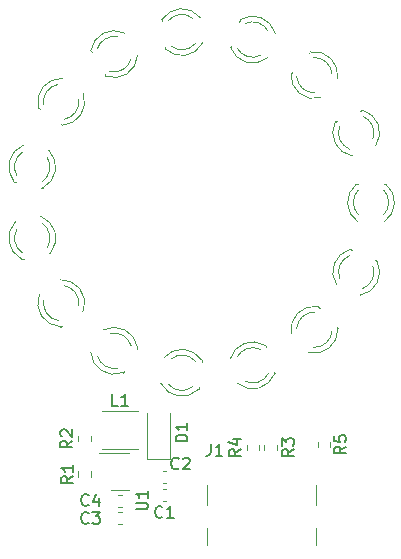
<source format=gbr>
%TF.GenerationSoftware,KiCad,Pcbnew,7.0.5+dfsg-2*%
%TF.CreationDate,2024-03-17T17:57:41+01:00*%
%TF.ProjectId,microscope-lamp-pcb,6d696372-6f73-4636-9f70-652d6c616d70,1*%
%TF.SameCoordinates,Original*%
%TF.FileFunction,Legend,Top*%
%TF.FilePolarity,Positive*%
%FSLAX46Y46*%
G04 Gerber Fmt 4.6, Leading zero omitted, Abs format (unit mm)*
G04 Created by KiCad (PCBNEW 7.0.5+dfsg-2) date 2024-03-17 17:57:41*
%MOMM*%
%LPD*%
G01*
G04 APERTURE LIST*
%ADD10C,0.150000*%
%ADD11C,0.120000*%
G04 APERTURE END LIST*
D10*
%TO.C,R3*%
X157954819Y-120916666D02*
X157478628Y-121249999D01*
X157954819Y-121488094D02*
X156954819Y-121488094D01*
X156954819Y-121488094D02*
X156954819Y-121107142D01*
X156954819Y-121107142D02*
X157002438Y-121011904D01*
X157002438Y-121011904D02*
X157050057Y-120964285D01*
X157050057Y-120964285D02*
X157145295Y-120916666D01*
X157145295Y-120916666D02*
X157288152Y-120916666D01*
X157288152Y-120916666D02*
X157383390Y-120964285D01*
X157383390Y-120964285D02*
X157431009Y-121011904D01*
X157431009Y-121011904D02*
X157478628Y-121107142D01*
X157478628Y-121107142D02*
X157478628Y-121488094D01*
X156954819Y-120583332D02*
X156954819Y-119964285D01*
X156954819Y-119964285D02*
X157335771Y-120297618D01*
X157335771Y-120297618D02*
X157335771Y-120154761D01*
X157335771Y-120154761D02*
X157383390Y-120059523D01*
X157383390Y-120059523D02*
X157431009Y-120011904D01*
X157431009Y-120011904D02*
X157526247Y-119964285D01*
X157526247Y-119964285D02*
X157764342Y-119964285D01*
X157764342Y-119964285D02*
X157859580Y-120011904D01*
X157859580Y-120011904D02*
X157907200Y-120059523D01*
X157907200Y-120059523D02*
X157954819Y-120154761D01*
X157954819Y-120154761D02*
X157954819Y-120440475D01*
X157954819Y-120440475D02*
X157907200Y-120535713D01*
X157907200Y-120535713D02*
X157859580Y-120583332D01*
%TO.C,C4*%
X140583333Y-125609580D02*
X140535714Y-125657200D01*
X140535714Y-125657200D02*
X140392857Y-125704819D01*
X140392857Y-125704819D02*
X140297619Y-125704819D01*
X140297619Y-125704819D02*
X140154762Y-125657200D01*
X140154762Y-125657200D02*
X140059524Y-125561961D01*
X140059524Y-125561961D02*
X140011905Y-125466723D01*
X140011905Y-125466723D02*
X139964286Y-125276247D01*
X139964286Y-125276247D02*
X139964286Y-125133390D01*
X139964286Y-125133390D02*
X140011905Y-124942914D01*
X140011905Y-124942914D02*
X140059524Y-124847676D01*
X140059524Y-124847676D02*
X140154762Y-124752438D01*
X140154762Y-124752438D02*
X140297619Y-124704819D01*
X140297619Y-124704819D02*
X140392857Y-124704819D01*
X140392857Y-124704819D02*
X140535714Y-124752438D01*
X140535714Y-124752438D02*
X140583333Y-124800057D01*
X141440476Y-125038152D02*
X141440476Y-125704819D01*
X141202381Y-124657200D02*
X140964286Y-125371485D01*
X140964286Y-125371485D02*
X141583333Y-125371485D01*
%TO.C,D1*%
X148954819Y-120238094D02*
X147954819Y-120238094D01*
X147954819Y-120238094D02*
X147954819Y-119999999D01*
X147954819Y-119999999D02*
X148002438Y-119857142D01*
X148002438Y-119857142D02*
X148097676Y-119761904D01*
X148097676Y-119761904D02*
X148192914Y-119714285D01*
X148192914Y-119714285D02*
X148383390Y-119666666D01*
X148383390Y-119666666D02*
X148526247Y-119666666D01*
X148526247Y-119666666D02*
X148716723Y-119714285D01*
X148716723Y-119714285D02*
X148811961Y-119761904D01*
X148811961Y-119761904D02*
X148907200Y-119857142D01*
X148907200Y-119857142D02*
X148954819Y-119999999D01*
X148954819Y-119999999D02*
X148954819Y-120238094D01*
X148954819Y-118714285D02*
X148954819Y-119285713D01*
X148954819Y-118999999D02*
X147954819Y-118999999D01*
X147954819Y-118999999D02*
X148097676Y-119095237D01*
X148097676Y-119095237D02*
X148192914Y-119190475D01*
X148192914Y-119190475D02*
X148240533Y-119285713D01*
%TO.C,R1*%
X139274819Y-123166666D02*
X138798628Y-123499999D01*
X139274819Y-123738094D02*
X138274819Y-123738094D01*
X138274819Y-123738094D02*
X138274819Y-123357142D01*
X138274819Y-123357142D02*
X138322438Y-123261904D01*
X138322438Y-123261904D02*
X138370057Y-123214285D01*
X138370057Y-123214285D02*
X138465295Y-123166666D01*
X138465295Y-123166666D02*
X138608152Y-123166666D01*
X138608152Y-123166666D02*
X138703390Y-123214285D01*
X138703390Y-123214285D02*
X138751009Y-123261904D01*
X138751009Y-123261904D02*
X138798628Y-123357142D01*
X138798628Y-123357142D02*
X138798628Y-123738094D01*
X139274819Y-122214285D02*
X139274819Y-122785713D01*
X139274819Y-122499999D02*
X138274819Y-122499999D01*
X138274819Y-122499999D02*
X138417676Y-122595237D01*
X138417676Y-122595237D02*
X138512914Y-122690475D01*
X138512914Y-122690475D02*
X138560533Y-122785713D01*
%TO.C,R2*%
X139204819Y-120166666D02*
X138728628Y-120499999D01*
X139204819Y-120738094D02*
X138204819Y-120738094D01*
X138204819Y-120738094D02*
X138204819Y-120357142D01*
X138204819Y-120357142D02*
X138252438Y-120261904D01*
X138252438Y-120261904D02*
X138300057Y-120214285D01*
X138300057Y-120214285D02*
X138395295Y-120166666D01*
X138395295Y-120166666D02*
X138538152Y-120166666D01*
X138538152Y-120166666D02*
X138633390Y-120214285D01*
X138633390Y-120214285D02*
X138681009Y-120261904D01*
X138681009Y-120261904D02*
X138728628Y-120357142D01*
X138728628Y-120357142D02*
X138728628Y-120738094D01*
X138300057Y-119785713D02*
X138252438Y-119738094D01*
X138252438Y-119738094D02*
X138204819Y-119642856D01*
X138204819Y-119642856D02*
X138204819Y-119404761D01*
X138204819Y-119404761D02*
X138252438Y-119309523D01*
X138252438Y-119309523D02*
X138300057Y-119261904D01*
X138300057Y-119261904D02*
X138395295Y-119214285D01*
X138395295Y-119214285D02*
X138490533Y-119214285D01*
X138490533Y-119214285D02*
X138633390Y-119261904D01*
X138633390Y-119261904D02*
X139204819Y-119833332D01*
X139204819Y-119833332D02*
X139204819Y-119214285D01*
%TO.C,C3*%
X140583333Y-127109580D02*
X140535714Y-127157200D01*
X140535714Y-127157200D02*
X140392857Y-127204819D01*
X140392857Y-127204819D02*
X140297619Y-127204819D01*
X140297619Y-127204819D02*
X140154762Y-127157200D01*
X140154762Y-127157200D02*
X140059524Y-127061961D01*
X140059524Y-127061961D02*
X140011905Y-126966723D01*
X140011905Y-126966723D02*
X139964286Y-126776247D01*
X139964286Y-126776247D02*
X139964286Y-126633390D01*
X139964286Y-126633390D02*
X140011905Y-126442914D01*
X140011905Y-126442914D02*
X140059524Y-126347676D01*
X140059524Y-126347676D02*
X140154762Y-126252438D01*
X140154762Y-126252438D02*
X140297619Y-126204819D01*
X140297619Y-126204819D02*
X140392857Y-126204819D01*
X140392857Y-126204819D02*
X140535714Y-126252438D01*
X140535714Y-126252438D02*
X140583333Y-126300057D01*
X140916667Y-126204819D02*
X141535714Y-126204819D01*
X141535714Y-126204819D02*
X141202381Y-126585771D01*
X141202381Y-126585771D02*
X141345238Y-126585771D01*
X141345238Y-126585771D02*
X141440476Y-126633390D01*
X141440476Y-126633390D02*
X141488095Y-126681009D01*
X141488095Y-126681009D02*
X141535714Y-126776247D01*
X141535714Y-126776247D02*
X141535714Y-127014342D01*
X141535714Y-127014342D02*
X141488095Y-127109580D01*
X141488095Y-127109580D02*
X141440476Y-127157200D01*
X141440476Y-127157200D02*
X141345238Y-127204819D01*
X141345238Y-127204819D02*
X141059524Y-127204819D01*
X141059524Y-127204819D02*
X140964286Y-127157200D01*
X140964286Y-127157200D02*
X140916667Y-127109580D01*
%TO.C,J1*%
X150916666Y-120454819D02*
X150916666Y-121169104D01*
X150916666Y-121169104D02*
X150869047Y-121311961D01*
X150869047Y-121311961D02*
X150773809Y-121407200D01*
X150773809Y-121407200D02*
X150630952Y-121454819D01*
X150630952Y-121454819D02*
X150535714Y-121454819D01*
X151916666Y-121454819D02*
X151345238Y-121454819D01*
X151630952Y-121454819D02*
X151630952Y-120454819D01*
X151630952Y-120454819D02*
X151535714Y-120597676D01*
X151535714Y-120597676D02*
X151440476Y-120692914D01*
X151440476Y-120692914D02*
X151345238Y-120740533D01*
%TO.C,R5*%
X162384819Y-120666666D02*
X161908628Y-120999999D01*
X162384819Y-121238094D02*
X161384819Y-121238094D01*
X161384819Y-121238094D02*
X161384819Y-120857142D01*
X161384819Y-120857142D02*
X161432438Y-120761904D01*
X161432438Y-120761904D02*
X161480057Y-120714285D01*
X161480057Y-120714285D02*
X161575295Y-120666666D01*
X161575295Y-120666666D02*
X161718152Y-120666666D01*
X161718152Y-120666666D02*
X161813390Y-120714285D01*
X161813390Y-120714285D02*
X161861009Y-120761904D01*
X161861009Y-120761904D02*
X161908628Y-120857142D01*
X161908628Y-120857142D02*
X161908628Y-121238094D01*
X161384819Y-119761904D02*
X161384819Y-120238094D01*
X161384819Y-120238094D02*
X161861009Y-120285713D01*
X161861009Y-120285713D02*
X161813390Y-120238094D01*
X161813390Y-120238094D02*
X161765771Y-120142856D01*
X161765771Y-120142856D02*
X161765771Y-119904761D01*
X161765771Y-119904761D02*
X161813390Y-119809523D01*
X161813390Y-119809523D02*
X161861009Y-119761904D01*
X161861009Y-119761904D02*
X161956247Y-119714285D01*
X161956247Y-119714285D02*
X162194342Y-119714285D01*
X162194342Y-119714285D02*
X162289580Y-119761904D01*
X162289580Y-119761904D02*
X162337200Y-119809523D01*
X162337200Y-119809523D02*
X162384819Y-119904761D01*
X162384819Y-119904761D02*
X162384819Y-120142856D01*
X162384819Y-120142856D02*
X162337200Y-120238094D01*
X162337200Y-120238094D02*
X162289580Y-120285713D01*
%TO.C,U1*%
X144594547Y-125984396D02*
X145404070Y-125984396D01*
X145404070Y-125984396D02*
X145499308Y-125936777D01*
X145499308Y-125936777D02*
X145546928Y-125889158D01*
X145546928Y-125889158D02*
X145594547Y-125793920D01*
X145594547Y-125793920D02*
X145594547Y-125603444D01*
X145594547Y-125603444D02*
X145546928Y-125508206D01*
X145546928Y-125508206D02*
X145499308Y-125460587D01*
X145499308Y-125460587D02*
X145404070Y-125412968D01*
X145404070Y-125412968D02*
X144594547Y-125412968D01*
X145594547Y-124412968D02*
X145594547Y-124984396D01*
X145594547Y-124698682D02*
X144594547Y-124698682D01*
X144594547Y-124698682D02*
X144737404Y-124793920D01*
X144737404Y-124793920D02*
X144832642Y-124889158D01*
X144832642Y-124889158D02*
X144880261Y-124984396D01*
%TO.C,L1*%
X143083333Y-117204819D02*
X142607143Y-117204819D01*
X142607143Y-117204819D02*
X142607143Y-116204819D01*
X143940476Y-117204819D02*
X143369048Y-117204819D01*
X143654762Y-117204819D02*
X143654762Y-116204819D01*
X143654762Y-116204819D02*
X143559524Y-116347676D01*
X143559524Y-116347676D02*
X143464286Y-116442914D01*
X143464286Y-116442914D02*
X143369048Y-116490533D01*
%TO.C,C2*%
X148207691Y-122509740D02*
X148160072Y-122557360D01*
X148160072Y-122557360D02*
X148017215Y-122604979D01*
X148017215Y-122604979D02*
X147921977Y-122604979D01*
X147921977Y-122604979D02*
X147779120Y-122557360D01*
X147779120Y-122557360D02*
X147683882Y-122462121D01*
X147683882Y-122462121D02*
X147636263Y-122366883D01*
X147636263Y-122366883D02*
X147588644Y-122176407D01*
X147588644Y-122176407D02*
X147588644Y-122033550D01*
X147588644Y-122033550D02*
X147636263Y-121843074D01*
X147636263Y-121843074D02*
X147683882Y-121747836D01*
X147683882Y-121747836D02*
X147779120Y-121652598D01*
X147779120Y-121652598D02*
X147921977Y-121604979D01*
X147921977Y-121604979D02*
X148017215Y-121604979D01*
X148017215Y-121604979D02*
X148160072Y-121652598D01*
X148160072Y-121652598D02*
X148207691Y-121700217D01*
X148588644Y-121700217D02*
X148636263Y-121652598D01*
X148636263Y-121652598D02*
X148731501Y-121604979D01*
X148731501Y-121604979D02*
X148969596Y-121604979D01*
X148969596Y-121604979D02*
X149064834Y-121652598D01*
X149064834Y-121652598D02*
X149112453Y-121700217D01*
X149112453Y-121700217D02*
X149160072Y-121795455D01*
X149160072Y-121795455D02*
X149160072Y-121890693D01*
X149160072Y-121890693D02*
X149112453Y-122033550D01*
X149112453Y-122033550D02*
X148541025Y-122604979D01*
X148541025Y-122604979D02*
X149160072Y-122604979D01*
%TO.C,C1*%
X146833333Y-126609580D02*
X146785714Y-126657200D01*
X146785714Y-126657200D02*
X146642857Y-126704819D01*
X146642857Y-126704819D02*
X146547619Y-126704819D01*
X146547619Y-126704819D02*
X146404762Y-126657200D01*
X146404762Y-126657200D02*
X146309524Y-126561961D01*
X146309524Y-126561961D02*
X146261905Y-126466723D01*
X146261905Y-126466723D02*
X146214286Y-126276247D01*
X146214286Y-126276247D02*
X146214286Y-126133390D01*
X146214286Y-126133390D02*
X146261905Y-125942914D01*
X146261905Y-125942914D02*
X146309524Y-125847676D01*
X146309524Y-125847676D02*
X146404762Y-125752438D01*
X146404762Y-125752438D02*
X146547619Y-125704819D01*
X146547619Y-125704819D02*
X146642857Y-125704819D01*
X146642857Y-125704819D02*
X146785714Y-125752438D01*
X146785714Y-125752438D02*
X146833333Y-125800057D01*
X147785714Y-126704819D02*
X147214286Y-126704819D01*
X147500000Y-126704819D02*
X147500000Y-125704819D01*
X147500000Y-125704819D02*
X147404762Y-125847676D01*
X147404762Y-125847676D02*
X147309524Y-125942914D01*
X147309524Y-125942914D02*
X147214286Y-125990533D01*
%TO.C,R4*%
X153454819Y-120916666D02*
X152978628Y-121249999D01*
X153454819Y-121488094D02*
X152454819Y-121488094D01*
X152454819Y-121488094D02*
X152454819Y-121107142D01*
X152454819Y-121107142D02*
X152502438Y-121011904D01*
X152502438Y-121011904D02*
X152550057Y-120964285D01*
X152550057Y-120964285D02*
X152645295Y-120916666D01*
X152645295Y-120916666D02*
X152788152Y-120916666D01*
X152788152Y-120916666D02*
X152883390Y-120964285D01*
X152883390Y-120964285D02*
X152931009Y-121011904D01*
X152931009Y-121011904D02*
X152978628Y-121107142D01*
X152978628Y-121107142D02*
X152978628Y-121488094D01*
X152788152Y-120059523D02*
X153454819Y-120059523D01*
X152407200Y-120297618D02*
X153121485Y-120535713D01*
X153121485Y-120535713D02*
X153121485Y-119916666D01*
D11*
%TO.C,D8*%
X136349424Y-92016723D02*
X136475631Y-92108418D01*
X138223108Y-93378034D02*
X138349314Y-93469729D01*
X138376676Y-89494223D02*
G75*
G03*
X136349817Y-92017008I-110362J-1986936D01*
G01*
X138004669Y-90004155D02*
G75*
G03*
X136780714Y-91688506I261645J-1477004D01*
G01*
X138528191Y-92958122D02*
G75*
G03*
X139751882Y-91273580I-261877J1476963D01*
G01*
X138348923Y-93469443D02*
G75*
G03*
X140121899Y-90762202I-82609J1988284D01*
G01*
%TO.C,R3*%
X155477500Y-120987258D02*
X155477500Y-120512742D01*
X156522500Y-120987258D02*
X156522500Y-120512742D01*
%TO.C,D6*%
X146798713Y-84513790D02*
X146815020Y-84668936D01*
X147040801Y-86817103D02*
X147057108Y-86972248D01*
X150029793Y-84332449D02*
G75*
G03*
X146798765Y-84514273I-1550428J-1247506D01*
G01*
X149401918Y-84397206D02*
G75*
G03*
X147331216Y-84614681I-922553J-1182749D01*
G01*
X147556998Y-86762848D02*
G75*
G03*
X149627664Y-86545049I922367J1182893D01*
G01*
X147057057Y-86971767D02*
G75*
G03*
X150255284Y-86477848I1422308J1391812D01*
G01*
%TO.C,C4*%
X143390580Y-125760000D02*
X143109420Y-125760000D01*
X143390580Y-124740000D02*
X143109420Y-124740000D01*
%TO.C,D1*%
X145500000Y-121710000D02*
X147500000Y-121710000D01*
X145500000Y-121710000D02*
X145500000Y-117850000D01*
X147500000Y-121710000D02*
X147500000Y-117850000D01*
%TO.C,D9*%
X134282487Y-98259103D02*
X134435078Y-98291537D01*
X136547877Y-98740626D02*
X136700468Y-98773061D01*
X135108480Y-95130127D02*
G75*
G03*
X134282962Y-98259204I707340J-1860045D01*
G01*
X134976043Y-95747282D02*
G75*
G03*
X134542992Y-97783840I839777J-1242890D01*
G01*
X136655791Y-98232930D02*
G75*
G03*
X137088523Y-96196303I-839971J1242758D01*
G01*
X136699995Y-98772960D02*
G75*
G03*
X137218556Y-95578636I-884175J1782788D01*
G01*
%TO.C,R1*%
X139727500Y-123237258D02*
X139727500Y-122762742D01*
X140772500Y-123237258D02*
X140772500Y-122762742D01*
%TO.C,R2*%
X140772500Y-119762742D02*
X140772500Y-120237258D01*
X139727500Y-119762742D02*
X139727500Y-120237258D01*
%TO.C,D3*%
X163739009Y-92169893D02*
X163596495Y-92233344D01*
X161623237Y-93111895D02*
X161480724Y-93175346D01*
X164909934Y-95186795D02*
G75*
G03*
X163738566Y-92170090I-1665558J1089044D01*
G01*
X164654322Y-94609661D02*
G75*
G03*
X163807608Y-92707510I-1409946J511910D01*
G01*
X161834350Y-93586061D02*
G75*
G03*
X162681361Y-95488080I1410026J-511690D01*
G01*
X161481168Y-93175150D02*
G75*
G03*
X162939218Y-96064213I1763208J-922601D01*
G01*
%TO.C,D11*%
X138189193Y-110515501D02*
X138315399Y-110423806D01*
X140062876Y-109154190D02*
X140189083Y-109062495D01*
X136416607Y-107807974D02*
G75*
G03*
X138189584Y-110515216I1855586J-718957D01*
G01*
X136786625Y-108319352D02*
G75*
G03*
X138010316Y-110003894I1485568J-207579D01*
G01*
X139757792Y-108734278D02*
G75*
G03*
X138533838Y-107049928I-1485599J207347D01*
G01*
X140188690Y-109062780D02*
G75*
G03*
X138161831Y-106539995I-1916497J535849D01*
G01*
%TO.C,C3*%
X143390580Y-127260000D02*
X143109420Y-127260000D01*
X143390580Y-126240000D02*
X143109420Y-126240000D01*
%TO.C,D2*%
X165736000Y-98435000D02*
X165580000Y-98435000D01*
X163420000Y-98435000D02*
X163264000Y-98435000D01*
X165578608Y-101667334D02*
G75*
G03*
X165735515Y-98435001I-1078608J1672334D01*
G01*
X165579836Y-101036129D02*
G75*
G03*
X165579999Y-98954040I-1079836J1041129D01*
G01*
X163420001Y-98954040D02*
G75*
G03*
X163420164Y-101036129I1079999J-1040960D01*
G01*
X163264485Y-98435001D02*
G75*
G03*
X163421392Y-101667334I1235515J-1559999D01*
G01*
%TO.C,J1*%
X150650000Y-123897500D02*
X150650000Y-125652500D01*
X150650000Y-127600000D02*
X150650000Y-129000000D01*
X159850000Y-123897500D02*
X159850000Y-125652500D01*
X159850000Y-127600000D02*
X159850000Y-129000000D01*
%TO.C,D7*%
X140776671Y-87154725D02*
X140854671Y-87289825D01*
X141934671Y-89160439D02*
X142012671Y-89295539D01*
X143654651Y-85674864D02*
G75*
G03*
X140776913Y-87155144I-908981J-1770268D01*
G01*
X143107397Y-85989402D02*
G75*
G03*
X141304172Y-87030305I-361727J-1455730D01*
G01*
X142384172Y-88900920D02*
G75*
G03*
X144187234Y-87859733I361498J1455788D01*
G01*
X142012429Y-89295120D02*
G75*
G03*
X144733259Y-87543066I733241J1849988D01*
G01*
%TO.C,D5*%
X153374288Y-84550563D02*
X153326081Y-84698928D01*
X152658604Y-86753210D02*
X152610398Y-86901575D01*
X156399784Y-85699098D02*
G75*
G03*
X153374138Y-84551024I-1923793J-509038D01*
G01*
X155799852Y-85502876D02*
G75*
G03*
X153819716Y-84859320I-1323861J-705260D01*
G01*
X153152241Y-86913601D02*
G75*
G03*
X155132476Y-87556847I1323750J705465D01*
G01*
X152610548Y-86901115D02*
G75*
G03*
X155733167Y-87750732I1865443J692979D01*
G01*
%TO.C,D16*%
X165012094Y-104970709D02*
X164869581Y-104907258D01*
X162896323Y-104028707D02*
X162753809Y-103965256D01*
X163553600Y-107859577D02*
G75*
G03*
X165011651Y-104970512I-305158J1966463D01*
G01*
X163811457Y-107283443D02*
G75*
G03*
X164658468Y-105381424I-563015J1390329D01*
G01*
X162685211Y-104502875D02*
G75*
G03*
X161838498Y-106405024I563231J-1390239D01*
G01*
X162754252Y-103965454D02*
G75*
G03*
X161582885Y-106982158I494190J-1927660D01*
G01*
%TO.C,R5*%
X161022500Y-120262742D02*
X161022500Y-120737258D01*
X159977500Y-120262742D02*
X159977500Y-120737258D01*
%TO.C,D15*%
X161692460Y-110646937D02*
X161588076Y-110531007D01*
X160142754Y-108925814D02*
X160038370Y-108809883D01*
X159185052Y-112692827D02*
G75*
G03*
X161692137Y-110646577I521057J1920573D01*
G01*
X159654951Y-112271381D02*
G75*
G03*
X161202355Y-110878311I51158J1499127D01*
G01*
X159757033Y-109273120D02*
G75*
G03*
X158209847Y-110666431I-50924J-1499134D01*
G01*
X160038693Y-108810243D02*
G75*
G03*
X157741592Y-111089702I-332584J-1962011D01*
G01*
%TO.C,U1*%
X143250000Y-121190000D02*
X141450000Y-121190000D01*
X143250000Y-121190000D02*
X144050000Y-121190000D01*
X143250000Y-124310000D02*
X142450000Y-124310000D01*
X143250000Y-124310000D02*
X144050000Y-124310000D01*
%TO.C,D13*%
X149911567Y-115813383D02*
X149927874Y-115658238D01*
X150153655Y-113510071D02*
X150169962Y-113354925D01*
X146713391Y-115318983D02*
G75*
G03*
X149911618Y-115812902I1775919J897893D01*
G01*
X147341010Y-115386184D02*
G75*
G03*
X149411678Y-115603984I1148300J965094D01*
G01*
X149637458Y-113455817D02*
G75*
G03*
X147566757Y-113238342I-1148148J-965273D01*
G01*
X150169910Y-113355408D02*
G75*
G03*
X146938882Y-113173584I-1680600J-1065682D01*
G01*
%TO.C,D10*%
X134933251Y-104802500D02*
X135085842Y-104770065D01*
X137198641Y-104320976D02*
X137351232Y-104288542D01*
X134415164Y-101608076D02*
G75*
G03*
X134933724Y-104802398I1402735J-1411535D01*
G01*
X134545197Y-102225743D02*
G75*
G03*
X134977928Y-104262369I1272702J-793868D01*
G01*
X137090727Y-103813279D02*
G75*
G03*
X136657676Y-101776721I-1272828J793668D01*
G01*
X137350758Y-104288643D02*
G75*
G03*
X136525239Y-101159565I-1532859J1269032D01*
G01*
%TO.C,D12*%
X143487329Y-114410275D02*
X143565329Y-114275175D01*
X144645329Y-112404561D02*
X144723329Y-112269461D01*
X140766742Y-112657802D02*
G75*
G03*
X143487571Y-114409856I1987588J97934D01*
G01*
X141312767Y-112974469D02*
G75*
G03*
X143115828Y-114015655I1441563J414601D01*
G01*
X144195828Y-112145041D02*
G75*
G03*
X142392603Y-111104138I-1441498J-414827D01*
G01*
X144723087Y-112269880D02*
G75*
G03*
X141845349Y-110789600I-1968757J-289988D01*
G01*
%TO.C,L1*%
X144750000Y-120850000D02*
X141750000Y-120850000D01*
X144750000Y-117650000D02*
X141750000Y-117650000D01*
%TO.C,D14*%
X156351094Y-114482214D02*
X156302888Y-114333849D01*
X155635411Y-112279567D02*
X155587204Y-112131202D01*
X153228324Y-115331372D02*
G75*
G03*
X156350945Y-114481754I1257177J1542597D01*
G01*
X153829016Y-115137487D02*
G75*
G03*
X155809251Y-114494241I656485J1348712D01*
G01*
X155141775Y-112439960D02*
G75*
G03*
X153161641Y-113083515I-656274J-1348815D01*
G01*
X155587353Y-112131664D02*
G75*
G03*
X152561709Y-113279737I-1101852J-1657111D01*
G01*
%TO.C,C2*%
X146859420Y-122740000D02*
X147140580Y-122740000D01*
X146859420Y-123760000D02*
X147140580Y-123760000D01*
%TO.C,C1*%
X146859420Y-124240000D02*
X147140580Y-124240000D01*
X146859420Y-125260000D02*
X147140580Y-125260000D01*
%TO.C,D4*%
X159366417Y-87258684D02*
X159262033Y-87374615D01*
X157816711Y-88979808D02*
X157712327Y-89095738D01*
X161663194Y-89538503D02*
G75*
G03*
X159366094Y-87259045I-1964516J317448D01*
G01*
X161194940Y-89115232D02*
G75*
G03*
X159647754Y-87721921I-1496262J-105823D01*
G01*
X158202433Y-89327112D02*
G75*
G03*
X159749836Y-90720181I1496245J106057D01*
G01*
X157712651Y-89095378D02*
G75*
G03*
X160219735Y-91141627I1986027J-125677D01*
G01*
%TO.C,R4*%
X153977500Y-120987258D02*
X153977500Y-120512742D01*
X155022500Y-120987258D02*
X155022500Y-120512742D01*
%TD*%
M02*

</source>
